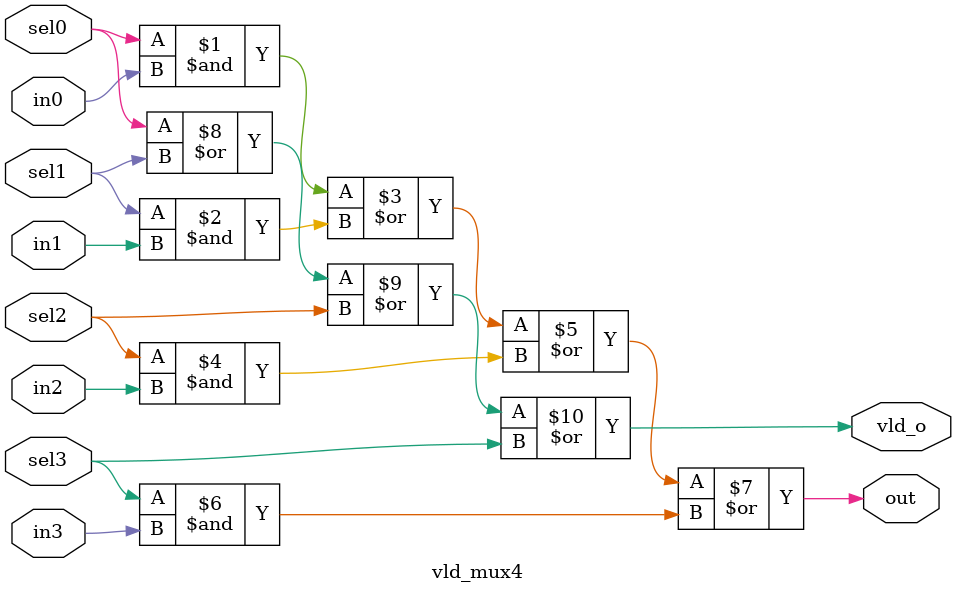
<source format=v>

module vld_mux4
    (
    sel0,
    in0,
    //-------------------
    sel1,
    in1,
    //-------------------
    sel2,
    in2,
    //-------------------
    sel3,
    in3,
    //-------------------
    out,
    vld_o
    );

//------------------------------------------------------------------------------
//Parameters
parameter DW = 1'b1;
//------------------------------------------------------------------------------
// Port declarations
input               sel0;
input [DW-1:0]	    in0;
//
input               sel1;
input [DW-1:0]	    in1;
//
input               sel2;
input [DW-1:0]	    in2;
//
input               sel3;
input [DW-1:0]	    in3;
//
output [DW-1:0]	    out;
output              vld_o;
//------------------------------------------------------------------------------
//internal signal

//------------------------------------------------------------------------------
//Logic
assign out = ({DW{sel0}} & in0) |
             ({DW{sel1}} & in1) |
             ({DW{sel2}} & in2) |
             ({DW{sel3}} & in3);
assign vld_o = sel0 | sel1 | sel2 | sel3;

endmodule 


</source>
